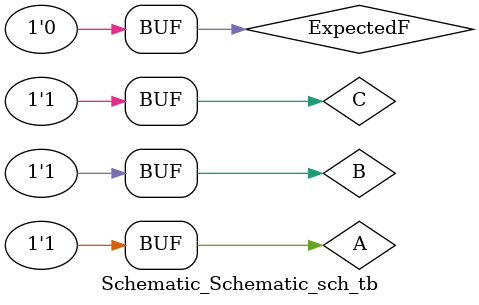
<source format=v>

`timescale 1ns / 1ps

module Schematic_Schematic_sch_tb();

// Inputs
   reg A;
   reg B;
   reg C;

// Output
   wire F;

// Bidirs

// internal registers
	reg ExpectedF;

// Instantiate the UUT
   Verilog_Implementation UUT (
		.F(F), 
		.A(A), 
		.B(B), 
		.C(C)
   );
// Initialize Inputs
	initial begin
		//$monitor("A=%b;   B=%b;   C=%b;   ExpectedF=%b",A,B,C,F); 
//This $monitor statement is commented out because I added multiple $display statements below. 
		//The Unit Under Test is implementing the equation F = A'BC + B'(AC' + A'C) + (ABC'+ A'B')C'
		
		A=0;   B=0;   C=0;   ExpectedF=1;	#50;

		A=0;   B=0;   C=1;   ExpectedF=1;	#50;

		A=0;   B=1;   C=0;   ExpectedF=0;	#50;

		A=0;   B=1;   C=1;   ExpectedF=1;	#50;

		A=1;   B=0;   C=0;   ExpectedF=1;	#50;

		A=1;   B=0;   C=1;   ExpectedF=0;	#50;

		A=1;   B=1;   C=0;   ExpectedF=1;	#50;

		A=1;   B=1;   C=1;   ExpectedF=0;	#50;

	end
	
	always @(A, B, C, F, ExpectedF) begin//The following code gets executed whenever there is a change in any of the values for A, B, C, F and/or ExpectedF. 
		#25; //Allow some time to let F get calculated
		if ( F == ExpectedF) begin
			$display("Correct when A=%b, B=%b, C=%b, producing ExpectedF = F = %b ", A, B, C, F);
		end else if( F == ~ExpectedF )begin
			$display("Error in implementation, because when A=%b, B=%b, C=%b there is a mismatch between F=%b and ExpectedF=%b",A,B,C,F,ExpectedF);
		end else begin
			$display("Error in implementation, because when A=%b, B=%b, C=%b there is a mismatch between F=%b and ExpectedF=%b. ",A,B,C,F,ExpectedF);
			$display("A value of X means undefined.");
			$display("   If the schematic is being tested: Make sure the wires are well connected; it is possible they are not well connected to the gates and/or to the inputs and/or output");
			$display("   If the behavioral (Verilog module) implementation is the one that is being tested: Double-check the inputs and outputs of every gate. Make sure the names of the variables you are using are consistent with their declaration (be aware names are case-sensitive), for instance: If declared as 'reg A;', don't later use it as lower-case 'or(or1,a,B);'.");
		end
	end
endmodule

</source>
